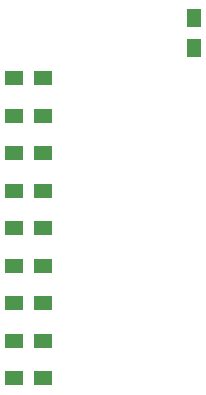
<source format=gbr>
G04 #@! TF.GenerationSoftware,KiCad,Pcbnew,5.0.2-bee76a0~70~ubuntu18.04.1*
G04 #@! TF.CreationDate,2020-04-05T13:34:11+02:00*
G04 #@! TF.ProjectId,APC_Solenoid_exp,4150435f-536f-46c6-956e-6f69645f6578,rev?*
G04 #@! TF.SameCoordinates,Original*
G04 #@! TF.FileFunction,Paste,Bot*
G04 #@! TF.FilePolarity,Positive*
%FSLAX46Y46*%
G04 Gerber Fmt 4.6, Leading zero omitted, Abs format (unit mm)*
G04 Created by KiCad (PCBNEW 5.0.2-bee76a0~70~ubuntu18.04.1) date So 05 Apr 2020 13:34:11 CEST*
%MOMM*%
%LPD*%
G01*
G04 APERTURE LIST*
%ADD10R,1.500000X1.250000*%
%ADD11R,1.250000X1.500000*%
G04 APERTURE END LIST*
D10*
G04 #@! TO.C,C1*
X43795000Y-30480000D03*
X41295000Y-30480000D03*
G04 #@! TD*
G04 #@! TO.C,C2*
X41295000Y-33655000D03*
X43795000Y-33655000D03*
G04 #@! TD*
G04 #@! TO.C,C3*
X43795000Y-36830000D03*
X41295000Y-36830000D03*
G04 #@! TD*
G04 #@! TO.C,C4*
X41295000Y-40005000D03*
X43795000Y-40005000D03*
G04 #@! TD*
G04 #@! TO.C,C5*
X43795000Y-43180000D03*
X41295000Y-43180000D03*
G04 #@! TD*
G04 #@! TO.C,C6*
X41295000Y-46355000D03*
X43795000Y-46355000D03*
G04 #@! TD*
G04 #@! TO.C,C7*
X43795000Y-49530000D03*
X41295000Y-49530000D03*
G04 #@! TD*
G04 #@! TO.C,C8*
X41295000Y-52705000D03*
X43795000Y-52705000D03*
G04 #@! TD*
G04 #@! TO.C,C9*
X43795000Y-55880000D03*
X41295000Y-55880000D03*
G04 #@! TD*
D11*
G04 #@! TO.C,C10*
X56515000Y-27920000D03*
X56515000Y-25420000D03*
G04 #@! TD*
M02*

</source>
